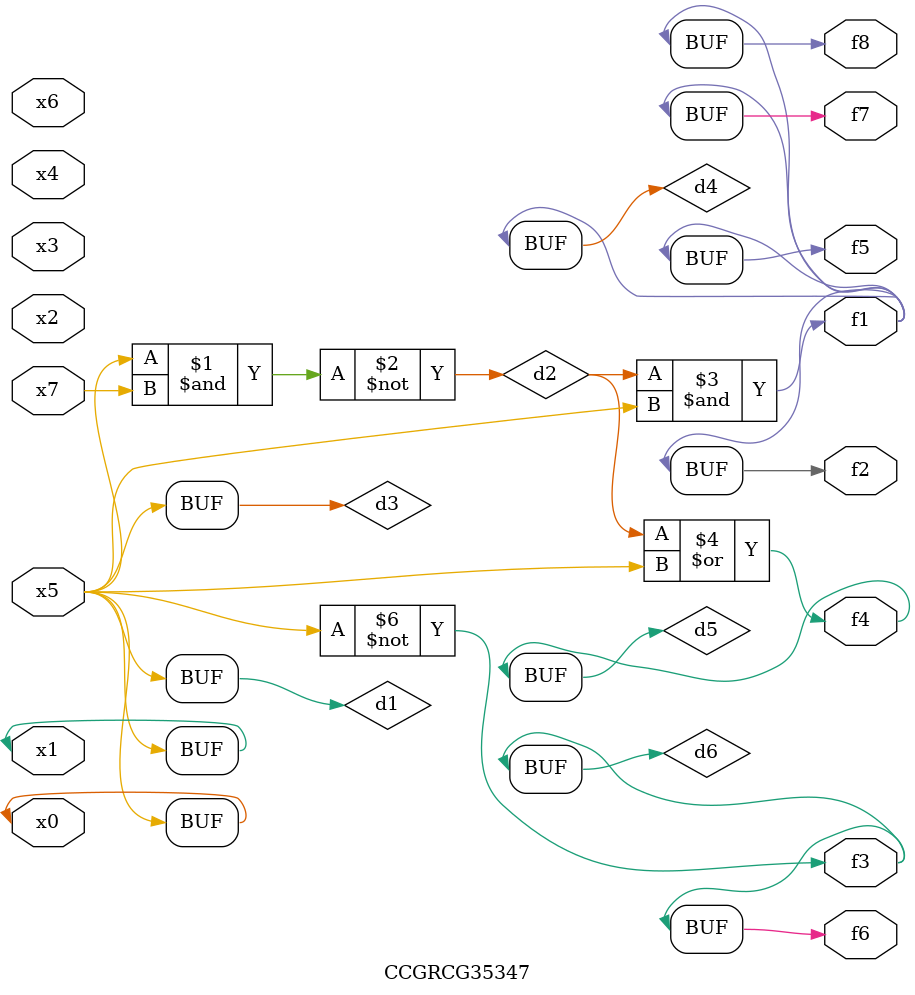
<source format=v>
module CCGRCG35347(
	input x0, x1, x2, x3, x4, x5, x6, x7,
	output f1, f2, f3, f4, f5, f6, f7, f8
);

	wire d1, d2, d3, d4, d5, d6;

	buf (d1, x0, x5);
	nand (d2, x5, x7);
	buf (d3, x0, x1);
	and (d4, d2, d3);
	or (d5, d2, d3);
	nor (d6, d1, d3);
	assign f1 = d4;
	assign f2 = d4;
	assign f3 = d6;
	assign f4 = d5;
	assign f5 = d4;
	assign f6 = d6;
	assign f7 = d4;
	assign f8 = d4;
endmodule

</source>
